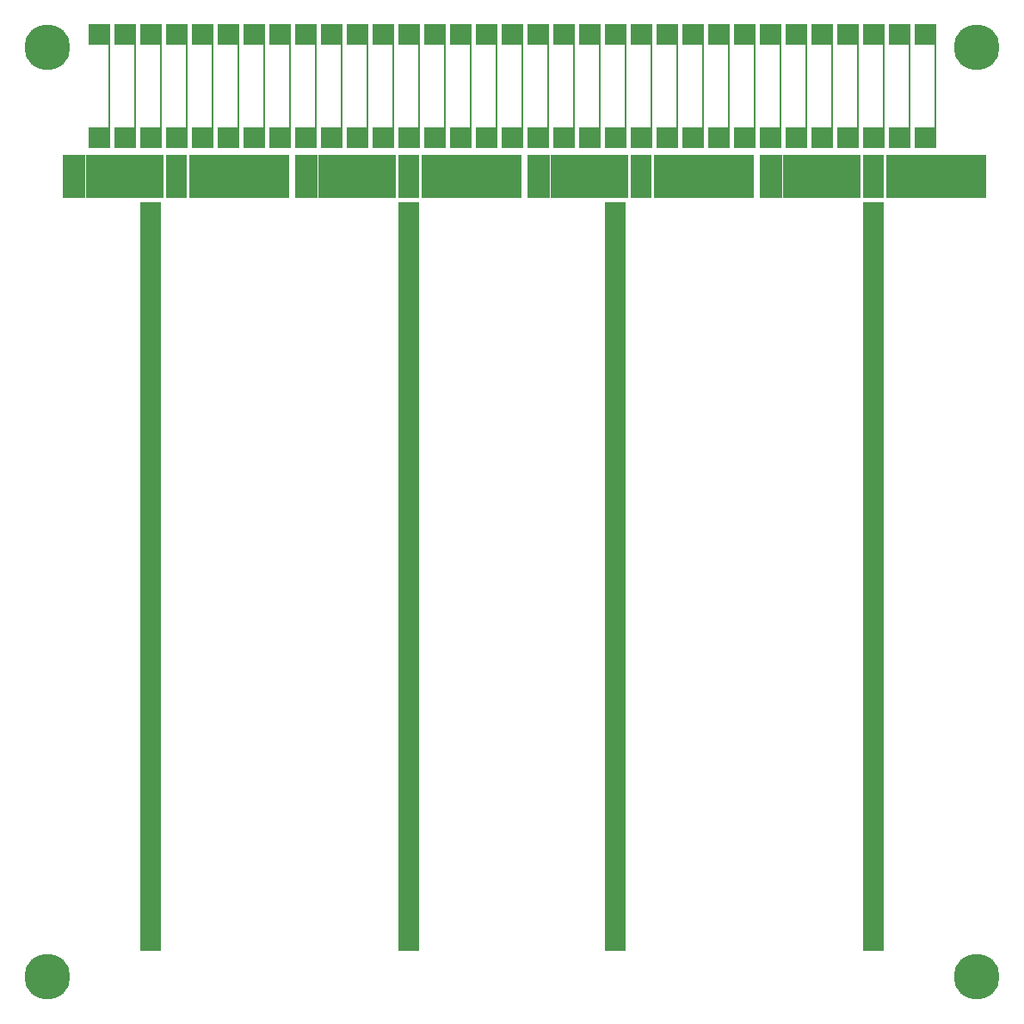
<source format=gtl>
%TF.GenerationSoftware,KiCad,Pcbnew,(5.99.0-1350-g7e4d255cd)*%
%TF.CreationDate,2020-04-19T23:06:08-06:00*%
%TF.ProjectId,generic-pcb,67656e65-7269-4632-9d70-63622e6b6963,rev?*%
%TF.SameCoordinates,PX5d42830PY292dfe0*%
%TF.FileFunction,Copper,L1,Top*%
%TF.FilePolarity,Positive*%
%FSLAX46Y46*%
G04 Gerber Fmt 4.6, Leading zero omitted, Abs format (unit mm)*
G04 Created by KiCad (PCBNEW (5.99.0-1350-g7e4d255cd)) date 2020-04-19 23:06:08*
%MOMM*%
%LPD*%
G01*
G04 APERTURE LIST*
%TA.AperFunction,ComponentPad*%
%ADD10R,2.540000X2.286000*%
%TD*%
%TA.AperFunction,ComponentPad*%
%ADD11R,2.286000X2.286000*%
%TD*%
%TA.AperFunction,ComponentPad*%
%ADD12R,3.048000X2.286000*%
%TD*%
%TA.AperFunction,ComponentPad*%
%ADD13R,2.032000X2.286000*%
%TD*%
%TA.AperFunction,ComponentPad*%
%ADD14R,2.032000X2.540000*%
%TD*%
%TA.AperFunction,WasherPad*%
%ADD15C,4.500880*%
%TD*%
%TA.AperFunction,ComponentPad*%
%ADD16R,2.032000X2.032000*%
%TD*%
%TA.AperFunction,Conductor*%
%ADD17R,0.254000X12.192000*%
%TD*%
G04 APERTURE END LIST*
D10*
%TO.P,REF\u002A\u002A8,Gnd*%
%TO.N,N/C*%
X82550000Y-17526000D03*
D11*
X95123000Y-17526000D03*
D10*
X92710000Y-17526000D03*
X90170000Y-17526000D03*
D11*
X75057000Y-17526000D03*
D10*
X77470000Y-17526000D03*
X87630000Y-17526000D03*
D12*
X80010000Y-17526000D03*
D13*
X85090000Y-17526000D03*
D11*
X75057000Y-15494000D03*
D10*
X77470000Y-15494000D03*
X80010000Y-15494000D03*
X82550000Y-15494000D03*
D11*
X95123000Y-15494000D03*
D10*
X92710000Y-15494000D03*
X90170000Y-15494000D03*
X87630000Y-15494000D03*
D13*
X85090000Y-15494000D03*
%TD*%
%TO.P,REF\u002A\u002A8,Gnd*%
%TO.N,N/C*%
X62230000Y-15494000D03*
D10*
X64770000Y-15494000D03*
X67310000Y-15494000D03*
X69850000Y-15494000D03*
D11*
X72263000Y-15494000D03*
D10*
X59690000Y-15494000D03*
X57150000Y-15494000D03*
X54610000Y-15494000D03*
D11*
X52197000Y-15494000D03*
D13*
X62230000Y-17526000D03*
D12*
X57150000Y-17526000D03*
D10*
X64770000Y-17526000D03*
X54610000Y-17526000D03*
D11*
X52197000Y-17526000D03*
D10*
X67310000Y-17526000D03*
X69850000Y-17526000D03*
D11*
X72263000Y-17526000D03*
D10*
X59690000Y-17526000D03*
%TD*%
%TO.P,REF\u002A\u002A8,Gnd*%
%TO.N,N/C*%
X36830000Y-17526000D03*
D11*
X49403000Y-17526000D03*
D10*
X46990000Y-17526000D03*
X44450000Y-17526000D03*
D11*
X29337000Y-17526000D03*
D10*
X31750000Y-17526000D03*
X41910000Y-17526000D03*
D12*
X34290000Y-17526000D03*
D13*
X39370000Y-17526000D03*
D11*
X29337000Y-15494000D03*
D10*
X31750000Y-15494000D03*
X34290000Y-15494000D03*
X36830000Y-15494000D03*
D11*
X49403000Y-15494000D03*
D10*
X46990000Y-15494000D03*
X44450000Y-15494000D03*
X41910000Y-15494000D03*
D13*
X39370000Y-15494000D03*
%TD*%
%TO.P,REF\u002A\u002A8,Gnd*%
%TO.N,N/C*%
X16510000Y-15494000D03*
D10*
X19050000Y-15494000D03*
X21590000Y-15494000D03*
X24130000Y-15494000D03*
D11*
X26543000Y-15494000D03*
D10*
X13970000Y-15494000D03*
X11430000Y-15494000D03*
X8890000Y-15494000D03*
D11*
X6477000Y-15494000D03*
D13*
X16510000Y-17526000D03*
D12*
X11430000Y-17526000D03*
D10*
X19050000Y-17526000D03*
X8890000Y-17526000D03*
D11*
X6477000Y-17526000D03*
D10*
X21590000Y-17526000D03*
X24130000Y-17526000D03*
D11*
X26543000Y-17526000D03*
D10*
X13970000Y-17526000D03*
%TD*%
D14*
%TO.P,REF\u002A\u002A10,Gnd*%
%TO.N,N/C*%
X85090000Y-91440000D03*
%TD*%
%TO.P,REF\u002A\u002A10,Gnd*%
%TO.N,N/C*%
X39370000Y-91440000D03*
%TD*%
%TO.P,REF\u002A\u002A22,Gnd*%
%TO.N,N/C*%
X59690000Y-40640000D03*
%TD*%
%TO.P,REF\u002A\u002A27,Gnd*%
%TO.N,N/C*%
X13970000Y-27940000D03*
%TD*%
%TO.P,REF\u002A\u002A27,Gnd*%
%TO.N,N/C*%
X13970000Y-25400000D03*
%TD*%
%TO.P,REF\u002A\u002A27,Gnd*%
%TO.N,N/C*%
X13970000Y-22860000D03*
%TD*%
%TO.P,REF\u002A\u002A34,Gnd*%
%TO.N,N/C*%
X39370000Y-27940000D03*
%TD*%
%TO.P,REF\u002A\u002A34,Gnd*%
%TO.N,N/C*%
X39370000Y-25400000D03*
%TD*%
%TO.P,REF\u002A\u002A34,Gnd*%
%TO.N,N/C*%
X39370000Y-22860000D03*
%TD*%
%TO.P,REF\u002A\u002A27,Gnd*%
%TO.N,N/C*%
X59690000Y-27940000D03*
%TD*%
%TO.P,REF\u002A\u002A27,Gnd*%
%TO.N,N/C*%
X59690000Y-25400000D03*
%TD*%
%TO.P,REF\u002A\u002A27,Gnd*%
%TO.N,N/C*%
X59690000Y-22860000D03*
%TD*%
%TO.P,REF\u002A\u002A34,Gnd*%
%TO.N,N/C*%
X85090000Y-27940000D03*
%TD*%
%TO.P,REF\u002A\u002A34,Gnd*%
%TO.N,N/C*%
X85090000Y-25400000D03*
%TD*%
%TO.P,REF\u002A\u002A34,Gnd*%
%TO.N,N/C*%
X85090000Y-22860000D03*
%TD*%
D15*
%TO.N,*%
%TO.C,REF\u002A\u002A*%
X95250000Y-3810000D03*
%TD*%
%TO.N,*%
%TO.C,REF\u002A\u002A*%
X95250000Y-95250000D03*
%TD*%
%TO.N,*%
%TO.C,REF\u002A\u002A*%
X3810000Y-95250000D03*
%TD*%
%TO.N,*%
%TO.C,REF\u002A\u002A*%
X3810000Y-3810000D03*
%TD*%
D14*
%TO.P,REF\u002A\u002A3,Gnd*%
%TO.N,N/C*%
X13970000Y-88900000D03*
%TD*%
%TO.P,REF\u002A\u002A4,Gnd*%
%TO.N,N/C*%
X13970000Y-86360000D03*
%TD*%
%TO.P,REF\u002A\u002A5,Gnd*%
%TO.N,N/C*%
X13970000Y-83820000D03*
%TD*%
%TO.P,REF\u002A\u002A6,Gnd*%
%TO.N,N/C*%
X13970000Y-81280000D03*
%TD*%
%TO.P,REF\u002A\u002A7,Gnd*%
%TO.N,N/C*%
X13970000Y-78740000D03*
%TD*%
%TO.P,REF\u002A\u002A8,Gnd*%
%TO.N,N/C*%
X13970000Y-76200000D03*
%TD*%
%TO.P,REF\u002A\u002A9,Gnd*%
%TO.N,N/C*%
X13970000Y-73660000D03*
%TD*%
%TO.P,REF\u002A\u002A10,Gnd*%
%TO.N,N/C*%
X13970000Y-71120000D03*
%TD*%
%TO.P,REF\u002A\u002A11,Gnd*%
%TO.N,N/C*%
X13970000Y-68580000D03*
%TD*%
%TO.P,REF\u002A\u002A12,Gnd*%
%TO.N,N/C*%
X13970000Y-66040000D03*
%TD*%
%TO.P,REF\u002A\u002A13,Gnd*%
%TO.N,N/C*%
X13970000Y-63500000D03*
%TD*%
%TO.P,REF\u002A\u002A14,Gnd*%
%TO.N,N/C*%
X13970000Y-60960000D03*
%TD*%
%TO.P,REF\u002A\u002A15,Gnd*%
%TO.N,N/C*%
X13970000Y-58420000D03*
%TD*%
%TO.P,REF\u002A\u002A16,Gnd*%
%TO.N,N/C*%
X13970000Y-55880000D03*
%TD*%
%TO.P,REF\u002A\u002A17,Gnd*%
%TO.N,N/C*%
X13970000Y-53340000D03*
%TD*%
%TO.P,REF\u002A\u002A18,Gnd*%
%TO.N,N/C*%
X13970000Y-50800000D03*
%TD*%
%TO.P,REF\u002A\u002A19,Gnd*%
%TO.N,N/C*%
X13970000Y-48260000D03*
%TD*%
%TO.P,REF\u002A\u002A20,Gnd*%
%TO.N,N/C*%
X13970000Y-45720000D03*
%TD*%
%TO.P,REF\u002A\u002A21,Gnd*%
%TO.N,N/C*%
X13970000Y-43180000D03*
%TD*%
%TO.P,REF\u002A\u002A22,Gnd*%
%TO.N,N/C*%
X13970000Y-40640000D03*
%TD*%
%TO.P,REF\u002A\u002A23,Gnd*%
%TO.N,N/C*%
X13970000Y-38100000D03*
%TD*%
%TO.P,REF\u002A\u002A24,Gnd*%
%TO.N,N/C*%
X13970000Y-35560000D03*
%TD*%
%TO.P,REF\u002A\u002A25,Gnd*%
%TO.N,N/C*%
X13970000Y-33020000D03*
%TD*%
%TO.P,REF\u002A\u002A26,Gnd*%
%TO.N,N/C*%
X13970000Y-30480000D03*
%TD*%
%TO.P,REF\u002A\u002A27,Gnd*%
%TO.N,N/C*%
X13970000Y-20320000D03*
%TD*%
%TO.P,REF\u002A\u002A27,Gnd*%
%TO.N,N/C*%
X13970000Y-20320000D03*
%TD*%
%TO.P,REF\u002A\u002A26,Gnd*%
%TO.N,N/C*%
X13970000Y-30480000D03*
%TD*%
%TO.P,REF\u002A\u002A25,Gnd*%
%TO.N,N/C*%
X13970000Y-33020000D03*
%TD*%
%TO.P,REF\u002A\u002A24,Gnd*%
%TO.N,N/C*%
X13970000Y-35560000D03*
%TD*%
%TO.P,REF\u002A\u002A23,Gnd*%
%TO.N,N/C*%
X13970000Y-38100000D03*
%TD*%
%TO.P,REF\u002A\u002A22,Gnd*%
%TO.N,N/C*%
X13970000Y-40640000D03*
%TD*%
%TO.P,REF\u002A\u002A21,Gnd*%
%TO.N,N/C*%
X13970000Y-43180000D03*
%TD*%
%TO.P,REF\u002A\u002A20,Gnd*%
%TO.N,N/C*%
X13970000Y-45720000D03*
%TD*%
%TO.P,REF\u002A\u002A19,Gnd*%
%TO.N,N/C*%
X13970000Y-48260000D03*
%TD*%
%TO.P,REF\u002A\u002A18,Gnd*%
%TO.N,N/C*%
X13970000Y-50800000D03*
%TD*%
%TO.P,REF\u002A\u002A17,Gnd*%
%TO.N,N/C*%
X13970000Y-53340000D03*
%TD*%
%TO.P,REF\u002A\u002A16,Gnd*%
%TO.N,N/C*%
X13970000Y-55880000D03*
%TD*%
%TO.P,REF\u002A\u002A15,Gnd*%
%TO.N,N/C*%
X13970000Y-58420000D03*
%TD*%
%TO.P,REF\u002A\u002A14,Gnd*%
%TO.N,N/C*%
X13970000Y-60960000D03*
%TD*%
%TO.P,REF\u002A\u002A13,Gnd*%
%TO.N,N/C*%
X13970000Y-63500000D03*
%TD*%
%TO.P,REF\u002A\u002A12,Gnd*%
%TO.N,N/C*%
X13970000Y-66040000D03*
%TD*%
%TO.P,REF\u002A\u002A11,Gnd*%
%TO.N,N/C*%
X13970000Y-68580000D03*
%TD*%
%TO.P,REF\u002A\u002A10,Gnd*%
%TO.N,N/C*%
X13970000Y-71120000D03*
%TD*%
%TO.P,REF\u002A\u002A9,Gnd*%
%TO.N,N/C*%
X13970000Y-73660000D03*
%TD*%
%TO.P,REF\u002A\u002A8,Gnd*%
%TO.N,N/C*%
X13970000Y-76200000D03*
%TD*%
%TO.P,REF\u002A\u002A7,Gnd*%
%TO.N,N/C*%
X13970000Y-78740000D03*
%TD*%
%TO.P,REF\u002A\u002A6,Gnd*%
%TO.N,N/C*%
X13970000Y-81280000D03*
%TD*%
%TO.P,REF\u002A\u002A5,Gnd*%
%TO.N,N/C*%
X13970000Y-83820000D03*
%TD*%
%TO.P,REF\u002A\u002A4,Gnd*%
%TO.N,N/C*%
X13970000Y-86360000D03*
%TD*%
%TO.P,REF\u002A\u002A3,Gnd*%
%TO.N,N/C*%
X13970000Y-91440000D03*
%TD*%
%TO.P,REF\u002A\u002A3,Gnd*%
%TO.N,N/C*%
X59690000Y-88900000D03*
%TD*%
%TO.P,REF\u002A\u002A4,Gnd*%
%TO.N,N/C*%
X59690000Y-86360000D03*
%TD*%
%TO.P,REF\u002A\u002A5,Gnd*%
%TO.N,N/C*%
X59690000Y-83820000D03*
%TD*%
%TO.P,REF\u002A\u002A6,Gnd*%
%TO.N,N/C*%
X59690000Y-81280000D03*
%TD*%
%TO.P,REF\u002A\u002A7,Gnd*%
%TO.N,N/C*%
X59690000Y-78740000D03*
%TD*%
%TO.P,REF\u002A\u002A8,Gnd*%
%TO.N,N/C*%
X59690000Y-76200000D03*
%TD*%
%TO.P,REF\u002A\u002A9,Gnd*%
%TO.N,N/C*%
X59690000Y-73660000D03*
%TD*%
%TO.P,REF\u002A\u002A10,Gnd*%
%TO.N,N/C*%
X59690000Y-71120000D03*
%TD*%
%TO.P,REF\u002A\u002A11,Gnd*%
%TO.N,N/C*%
X59690000Y-68580000D03*
%TD*%
%TO.P,REF\u002A\u002A12,Gnd*%
%TO.N,N/C*%
X59690000Y-66040000D03*
%TD*%
%TO.P,REF\u002A\u002A13,Gnd*%
%TO.N,N/C*%
X59690000Y-63500000D03*
%TD*%
%TO.P,REF\u002A\u002A14,Gnd*%
%TO.N,N/C*%
X59690000Y-60960000D03*
%TD*%
%TO.P,REF\u002A\u002A15,Gnd*%
%TO.N,N/C*%
X59690000Y-58420000D03*
%TD*%
%TO.P,REF\u002A\u002A16,Gnd*%
%TO.N,N/C*%
X59690000Y-55880000D03*
%TD*%
%TO.P,REF\u002A\u002A17,Gnd*%
%TO.N,N/C*%
X59690000Y-53340000D03*
%TD*%
%TO.P,REF\u002A\u002A18,Gnd*%
%TO.N,N/C*%
X59690000Y-50800000D03*
%TD*%
%TO.P,REF\u002A\u002A19,Gnd*%
%TO.N,N/C*%
X59690000Y-48260000D03*
%TD*%
%TO.P,REF\u002A\u002A20,Gnd*%
%TO.N,N/C*%
X59690000Y-45720000D03*
%TD*%
%TO.P,REF\u002A\u002A21,Gnd*%
%TO.N,N/C*%
X59690000Y-43180000D03*
%TD*%
%TO.P,REF\u002A\u002A22,Gnd*%
%TO.N,N/C*%
X59690000Y-40640000D03*
%TD*%
%TO.P,REF\u002A\u002A23,Gnd*%
%TO.N,N/C*%
X59690000Y-38100000D03*
%TD*%
%TO.P,REF\u002A\u002A24,Gnd*%
%TO.N,N/C*%
X59690000Y-35560000D03*
%TD*%
%TO.P,REF\u002A\u002A25,Gnd*%
%TO.N,N/C*%
X59690000Y-33020000D03*
%TD*%
%TO.P,REF\u002A\u002A26,Gnd*%
%TO.N,N/C*%
X59690000Y-30480000D03*
%TD*%
%TO.P,REF\u002A\u002A27,Gnd*%
%TO.N,N/C*%
X59690000Y-20320000D03*
%TD*%
%TO.P,REF\u002A\u002A27,Gnd*%
%TO.N,N/C*%
X59690000Y-20320000D03*
%TD*%
%TO.P,REF\u002A\u002A26,Gnd*%
%TO.N,N/C*%
X59690000Y-30480000D03*
%TD*%
%TO.P,REF\u002A\u002A25,Gnd*%
%TO.N,N/C*%
X59690000Y-33020000D03*
%TD*%
%TO.P,REF\u002A\u002A24,Gnd*%
%TO.N,N/C*%
X59690000Y-35560000D03*
%TD*%
%TO.P,REF\u002A\u002A23,Gnd*%
%TO.N,N/C*%
X59690000Y-38100000D03*
%TD*%
%TO.P,REF\u002A\u002A22,Gnd*%
%TO.N,N/C*%
X59690000Y-40640000D03*
%TD*%
%TO.P,REF\u002A\u002A21,Gnd*%
%TO.N,N/C*%
X59690000Y-43180000D03*
%TD*%
%TO.P,REF\u002A\u002A20,Gnd*%
%TO.N,N/C*%
X59690000Y-45720000D03*
%TD*%
%TO.P,REF\u002A\u002A19,Gnd*%
%TO.N,N/C*%
X59690000Y-48260000D03*
%TD*%
%TO.P,REF\u002A\u002A18,Gnd*%
%TO.N,N/C*%
X59690000Y-50800000D03*
%TD*%
%TO.P,REF\u002A\u002A17,Gnd*%
%TO.N,N/C*%
X59690000Y-53340000D03*
%TD*%
%TO.P,REF\u002A\u002A16,Gnd*%
%TO.N,N/C*%
X59690000Y-55880000D03*
%TD*%
%TO.P,REF\u002A\u002A15,Gnd*%
%TO.N,N/C*%
X59690000Y-58420000D03*
%TD*%
%TO.P,REF\u002A\u002A14,Gnd*%
%TO.N,N/C*%
X59690000Y-60960000D03*
%TD*%
%TO.P,REF\u002A\u002A13,Gnd*%
%TO.N,N/C*%
X59690000Y-63500000D03*
%TD*%
%TO.P,REF\u002A\u002A12,Gnd*%
%TO.N,N/C*%
X59690000Y-66040000D03*
%TD*%
%TO.P,REF\u002A\u002A11,Gnd*%
%TO.N,N/C*%
X59690000Y-68580000D03*
%TD*%
%TO.P,REF\u002A\u002A10,Gnd*%
%TO.N,N/C*%
X59690000Y-71120000D03*
%TD*%
%TO.P,REF\u002A\u002A9,Gnd*%
%TO.N,N/C*%
X59690000Y-73660000D03*
%TD*%
%TO.P,REF\u002A\u002A8,Gnd*%
%TO.N,N/C*%
X59690000Y-76200000D03*
%TD*%
%TO.P,REF\u002A\u002A7,Gnd*%
%TO.N,N/C*%
X59690000Y-78740000D03*
%TD*%
%TO.P,REF\u002A\u002A6,Gnd*%
%TO.N,N/C*%
X59690000Y-81280000D03*
%TD*%
%TO.P,REF\u002A\u002A5,Gnd*%
%TO.N,N/C*%
X59690000Y-83820000D03*
%TD*%
%TO.P,REF\u002A\u002A4,Gnd*%
%TO.N,N/C*%
X59690000Y-86360000D03*
%TD*%
%TO.P,REF\u002A\u002A3,Gnd*%
%TO.N,N/C*%
X59690000Y-91440000D03*
%TD*%
%TO.P,REF\u002A\u002A10,Gnd*%
%TO.N,N/C*%
X39370000Y-88900000D03*
%TD*%
%TO.P,REF\u002A\u002A11,Gnd*%
%TO.N,N/C*%
X39370000Y-86360000D03*
%TD*%
%TO.P,REF\u002A\u002A12,Gnd*%
%TO.N,N/C*%
X39370000Y-83820000D03*
%TD*%
%TO.P,REF\u002A\u002A13,Gnd*%
%TO.N,N/C*%
X39370000Y-81280000D03*
%TD*%
%TO.P,REF\u002A\u002A14,Gnd*%
%TO.N,N/C*%
X39370000Y-78740000D03*
%TD*%
%TO.P,REF\u002A\u002A15,Gnd*%
%TO.N,N/C*%
X39370000Y-76200000D03*
%TD*%
%TO.P,REF\u002A\u002A16,Gnd*%
%TO.N,N/C*%
X39370000Y-73660000D03*
%TD*%
%TO.P,REF\u002A\u002A17,Gnd*%
%TO.N,N/C*%
X39370000Y-71120000D03*
%TD*%
%TO.P,REF\u002A\u002A18,Gnd*%
%TO.N,N/C*%
X39370000Y-68580000D03*
%TD*%
%TO.P,REF\u002A\u002A19,Gnd*%
%TO.N,N/C*%
X39370000Y-66040000D03*
%TD*%
%TO.P,REF\u002A\u002A20,Gnd*%
%TO.N,N/C*%
X39370000Y-63500000D03*
%TD*%
%TO.P,REF\u002A\u002A21,Gnd*%
%TO.N,N/C*%
X39370000Y-60960000D03*
%TD*%
%TO.P,REF\u002A\u002A22,Gnd*%
%TO.N,N/C*%
X39370000Y-58420000D03*
%TD*%
%TO.P,REF\u002A\u002A23,Gnd*%
%TO.N,N/C*%
X39370000Y-55880000D03*
%TD*%
%TO.P,REF\u002A\u002A24,Gnd*%
%TO.N,N/C*%
X39370000Y-53340000D03*
%TD*%
%TO.P,REF\u002A\u002A25,Gnd*%
%TO.N,N/C*%
X39370000Y-50800000D03*
%TD*%
%TO.P,REF\u002A\u002A26,Gnd*%
%TO.N,N/C*%
X39370000Y-48260000D03*
%TD*%
%TO.P,REF\u002A\u002A27,Gnd*%
%TO.N,N/C*%
X39370000Y-45720000D03*
%TD*%
%TO.P,REF\u002A\u002A28,Gnd*%
%TO.N,N/C*%
X39370000Y-43180000D03*
%TD*%
%TO.P,REF\u002A\u002A29,Gnd*%
%TO.N,N/C*%
X39370000Y-40640000D03*
%TD*%
%TO.P,REF\u002A\u002A30,Gnd*%
%TO.N,N/C*%
X39370000Y-38100000D03*
%TD*%
%TO.P,REF\u002A\u002A31,Gnd*%
%TO.N,N/C*%
X39370000Y-35560000D03*
%TD*%
%TO.P,REF\u002A\u002A32,Gnd*%
%TO.N,N/C*%
X39370000Y-33020000D03*
%TD*%
%TO.P,REF\u002A\u002A33,Gnd*%
%TO.N,N/C*%
X39370000Y-30480000D03*
%TD*%
%TO.P,REF\u002A\u002A34,Gnd*%
%TO.N,N/C*%
X39370000Y-20320000D03*
%TD*%
%TO.P,REF\u002A\u002A34,Gnd*%
%TO.N,N/C*%
X85090000Y-20320000D03*
%TD*%
%TO.P,REF\u002A\u002A33,Gnd*%
%TO.N,N/C*%
X85090000Y-30480000D03*
%TD*%
%TO.P,REF\u002A\u002A32,Gnd*%
%TO.N,N/C*%
X85090000Y-33020000D03*
%TD*%
%TO.P,REF\u002A\u002A31,Gnd*%
%TO.N,N/C*%
X85090000Y-35560000D03*
%TD*%
%TO.P,REF\u002A\u002A30,Gnd*%
%TO.N,N/C*%
X85090000Y-38100000D03*
%TD*%
%TO.P,REF\u002A\u002A29,Gnd*%
%TO.N,N/C*%
X85090000Y-40640000D03*
%TD*%
%TO.P,REF\u002A\u002A28,Gnd*%
%TO.N,N/C*%
X85090000Y-43180000D03*
%TD*%
%TO.P,REF\u002A\u002A27,Gnd*%
%TO.N,N/C*%
X85090000Y-45720000D03*
%TD*%
%TO.P,REF\u002A\u002A26,Gnd*%
%TO.N,N/C*%
X85090000Y-48260000D03*
%TD*%
%TO.P,REF\u002A\u002A25,Gnd*%
%TO.N,N/C*%
X85090000Y-50800000D03*
%TD*%
%TO.P,REF\u002A\u002A24,Gnd*%
%TO.N,N/C*%
X85090000Y-53340000D03*
%TD*%
%TO.P,REF\u002A\u002A23,Gnd*%
%TO.N,N/C*%
X85090000Y-55880000D03*
%TD*%
%TO.P,REF\u002A\u002A22,Gnd*%
%TO.N,N/C*%
X85090000Y-58420000D03*
%TD*%
%TO.P,REF\u002A\u002A21,Gnd*%
%TO.N,N/C*%
X85090000Y-60960000D03*
%TD*%
%TO.P,REF\u002A\u002A20,Gnd*%
%TO.N,N/C*%
X85090000Y-63500000D03*
%TD*%
%TO.P,REF\u002A\u002A19,Gnd*%
%TO.N,N/C*%
X85090000Y-66040000D03*
%TD*%
%TO.P,REF\u002A\u002A18,Gnd*%
%TO.N,N/C*%
X85090000Y-68580000D03*
%TD*%
%TO.P,REF\u002A\u002A17,Gnd*%
%TO.N,N/C*%
X85090000Y-71120000D03*
%TD*%
%TO.P,REF\u002A\u002A16,Gnd*%
%TO.N,N/C*%
X85090000Y-73660000D03*
%TD*%
%TO.P,REF\u002A\u002A15,Gnd*%
%TO.N,N/C*%
X85090000Y-76200000D03*
%TD*%
%TO.P,REF\u002A\u002A14,Gnd*%
%TO.N,N/C*%
X85090000Y-78740000D03*
%TD*%
%TO.P,REF\u002A\u002A13,Gnd*%
%TO.N,N/C*%
X85090000Y-81280000D03*
%TD*%
%TO.P,REF\u002A\u002A12,Gnd*%
%TO.N,N/C*%
X85090000Y-83820000D03*
%TD*%
%TO.P,REF\u002A\u002A11,Gnd*%
%TO.N,N/C*%
X85090000Y-86360000D03*
%TD*%
%TO.P,REF\u002A\u002A10,Gnd*%
%TO.N,N/C*%
X85090000Y-88900000D03*
%TD*%
D16*
%TO.P,REF\u002A\u002A33,2*%
%TO.N,N/C*%
X90170000Y-2540000D03*
X90170000Y-12700000D03*
D17*
%TD*%
%TO.N,N/C*%
%TO.C,REF\u002A\u002A33*%
X91186000Y-7620000D03*
D16*
%TO.P,REF\u002A\u002A32,2*%
%TO.N,N/C*%
X87630000Y-2540000D03*
X87630000Y-12700000D03*
D17*
%TD*%
%TO.N,N/C*%
%TO.C,REF\u002A\u002A32*%
X88646000Y-7620000D03*
D16*
%TO.P,REF\u002A\u002A31,2*%
%TO.N,N/C*%
X85090000Y-2540000D03*
X85090000Y-12700000D03*
D17*
%TD*%
%TO.N,N/C*%
%TO.C,REF\u002A\u002A31*%
X86106000Y-7620000D03*
D16*
%TO.P,REF\u002A\u002A30,2*%
%TO.N,N/C*%
X82550000Y-2540000D03*
X82550000Y-12700000D03*
D17*
%TD*%
%TO.N,N/C*%
%TO.C,REF\u002A\u002A30*%
X83566000Y-7620000D03*
D16*
%TO.P,REF\u002A\u002A29,2*%
%TO.N,N/C*%
X80010000Y-2540000D03*
X80010000Y-12700000D03*
D17*
%TD*%
%TO.N,N/C*%
%TO.C,REF\u002A\u002A29*%
X81026000Y-7620000D03*
D16*
%TO.P,REF\u002A\u002A28,2*%
%TO.N,N/C*%
X77470000Y-2540000D03*
X77470000Y-12700000D03*
D17*
%TD*%
%TO.N,N/C*%
%TO.C,REF\u002A\u002A28*%
X78486000Y-7620000D03*
D16*
%TO.P,REF\u002A\u002A27,2*%
%TO.N,N/C*%
X74930000Y-2540000D03*
X74930000Y-12700000D03*
D17*
%TD*%
%TO.N,N/C*%
%TO.C,REF\u002A\u002A27*%
X75946000Y-7620000D03*
D16*
%TO.P,REF\u002A\u002A26,2*%
%TO.N,N/C*%
X72390000Y-2540000D03*
X72390000Y-12700000D03*
D17*
%TD*%
%TO.N,N/C*%
%TO.C,REF\u002A\u002A26*%
X73406000Y-7620000D03*
D16*
%TO.P,REF\u002A\u002A25,2*%
%TO.N,N/C*%
X69850000Y-2540000D03*
X69850000Y-12700000D03*
D17*
%TD*%
%TO.N,N/C*%
%TO.C,REF\u002A\u002A25*%
X70866000Y-7620000D03*
D16*
%TO.P,REF\u002A\u002A24,2*%
%TO.N,N/C*%
X67310000Y-2540000D03*
X67310000Y-12700000D03*
D17*
%TD*%
%TO.N,N/C*%
%TO.C,REF\u002A\u002A24*%
X68326000Y-7620000D03*
D16*
%TO.P,REF\u002A\u002A23,2*%
%TO.N,N/C*%
X64770000Y-2540000D03*
X64770000Y-12700000D03*
D17*
%TD*%
%TO.N,N/C*%
%TO.C,REF\u002A\u002A23*%
X65786000Y-7620000D03*
D16*
%TO.P,REF\u002A\u002A22,2*%
%TO.N,N/C*%
X62230000Y-2540000D03*
X62230000Y-12700000D03*
D17*
%TD*%
%TO.N,N/C*%
%TO.C,REF\u002A\u002A22*%
X63246000Y-7620000D03*
D16*
%TO.P,REF\u002A\u002A21,2*%
%TO.N,N/C*%
X59690000Y-2540000D03*
X59690000Y-12700000D03*
D17*
%TD*%
%TO.N,N/C*%
%TO.C,REF\u002A\u002A21*%
X60706000Y-7620000D03*
D16*
%TO.P,REF\u002A\u002A20,2*%
%TO.N,N/C*%
X57150000Y-2540000D03*
X57150000Y-12700000D03*
D17*
%TD*%
%TO.N,N/C*%
%TO.C,REF\u002A\u002A20*%
X58166000Y-7620000D03*
D16*
%TO.P,REF\u002A\u002A19,2*%
%TO.N,N/C*%
X54610000Y-2540000D03*
X54610000Y-12700000D03*
D17*
%TD*%
%TO.N,N/C*%
%TO.C,REF\u002A\u002A19*%
X55626000Y-7620000D03*
D16*
%TO.P,REF\u002A\u002A18,2*%
%TO.N,N/C*%
X52070000Y-2540000D03*
X52070000Y-12700000D03*
D17*
%TD*%
%TO.N,N/C*%
%TO.C,REF\u002A\u002A18*%
X53086000Y-7620000D03*
D16*
%TO.P,REF\u002A\u002A17,2*%
%TO.N,N/C*%
X49530000Y-2540000D03*
X49530000Y-12700000D03*
D17*
%TD*%
%TO.N,N/C*%
%TO.C,REF\u002A\u002A17*%
X50546000Y-7620000D03*
D16*
%TO.P,REF\u002A\u002A16,2*%
%TO.N,N/C*%
X46990000Y-2540000D03*
X46990000Y-12700000D03*
D17*
%TD*%
%TO.N,N/C*%
%TO.C,REF\u002A\u002A16*%
X48006000Y-7620000D03*
D16*
%TO.P,REF\u002A\u002A15,2*%
%TO.N,N/C*%
X44450000Y-2540000D03*
X44450000Y-12700000D03*
D17*
%TD*%
%TO.N,N/C*%
%TO.C,REF\u002A\u002A15*%
X45466000Y-7620000D03*
D16*
%TO.P,REF\u002A\u002A14,2*%
%TO.N,N/C*%
X41910000Y-2540000D03*
X41910000Y-12700000D03*
D17*
%TD*%
%TO.N,N/C*%
%TO.C,REF\u002A\u002A14*%
X42926000Y-7620000D03*
D16*
%TO.P,REF\u002A\u002A13,2*%
%TO.N,N/C*%
X39370000Y-2540000D03*
X39370000Y-12700000D03*
D17*
%TD*%
%TO.N,N/C*%
%TO.C,REF\u002A\u002A13*%
X40386000Y-7620000D03*
D16*
%TO.P,REF\u002A\u002A12,2*%
%TO.N,N/C*%
X36830000Y-2540000D03*
X36830000Y-12700000D03*
D17*
%TD*%
%TO.N,N/C*%
%TO.C,REF\u002A\u002A12*%
X37846000Y-7620000D03*
D16*
%TO.P,REF\u002A\u002A11,2*%
%TO.N,N/C*%
X34290000Y-2540000D03*
X34290000Y-12700000D03*
D17*
%TD*%
%TO.N,N/C*%
%TO.C,REF\u002A\u002A11*%
X35306000Y-7620000D03*
D16*
%TO.P,REF\u002A\u002A10,2*%
%TO.N,N/C*%
X31750000Y-2540000D03*
X31750000Y-12700000D03*
D17*
%TD*%
%TO.N,N/C*%
%TO.C,REF\u002A\u002A10*%
X32766000Y-7620000D03*
D16*
%TO.P,REF\u002A\u002A9,2*%
%TO.N,N/C*%
X29210000Y-2540000D03*
X29210000Y-12700000D03*
D17*
%TD*%
%TO.N,N/C*%
%TO.C,REF\u002A\u002A9*%
X30226000Y-7620000D03*
D16*
%TO.P,REF\u002A\u002A8,2*%
%TO.N,N/C*%
X26670000Y-2540000D03*
X26670000Y-12700000D03*
D17*
%TD*%
%TO.N,N/C*%
%TO.C,REF\u002A\u002A8*%
X27686000Y-7620000D03*
D16*
%TO.P,REF\u002A\u002A7,2*%
%TO.N,N/C*%
X24130000Y-2540000D03*
X24130000Y-12700000D03*
D17*
%TD*%
%TO.N,N/C*%
%TO.C,REF\u002A\u002A7*%
X25146000Y-7620000D03*
D16*
%TO.P,REF\u002A\u002A6,2*%
%TO.N,N/C*%
X21590000Y-2540000D03*
X21590000Y-12700000D03*
D17*
%TD*%
%TO.N,N/C*%
%TO.C,REF\u002A\u002A6*%
X22606000Y-7620000D03*
D16*
%TO.P,REF\u002A\u002A5,2*%
%TO.N,N/C*%
X19050000Y-2540000D03*
X19050000Y-12700000D03*
D17*
%TD*%
%TO.N,N/C*%
%TO.C,REF\u002A\u002A5*%
X20066000Y-7620000D03*
D16*
%TO.P,REF\u002A\u002A4,2*%
%TO.N,N/C*%
X16510000Y-2540000D03*
X16510000Y-12700000D03*
D17*
%TD*%
%TO.N,N/C*%
%TO.C,REF\u002A\u002A4*%
X17526000Y-7620000D03*
D16*
%TO.P,REF\u002A\u002A3,2*%
%TO.N,N/C*%
X13970000Y-2540000D03*
X13970000Y-12700000D03*
D17*
%TD*%
%TO.N,N/C*%
%TO.C,REF\u002A\u002A3*%
X14986000Y-7620000D03*
D16*
%TO.P,REF\u002A\u002A2,2*%
%TO.N,N/C*%
X11430000Y-2540000D03*
X11430000Y-12700000D03*
D17*
%TD*%
%TO.N,N/C*%
%TO.C,REF\u002A\u002A2*%
X12446000Y-7620000D03*
D16*
%TO.P,REF\u002A\u002A1,2*%
%TO.N,N/C*%
X8890000Y-2540000D03*
X8890000Y-12700000D03*
D17*
%TD*%
%TO.N,N/C*%
%TO.C,REF\u002A\u002A1*%
X9906000Y-7620000D03*
M02*

</source>
